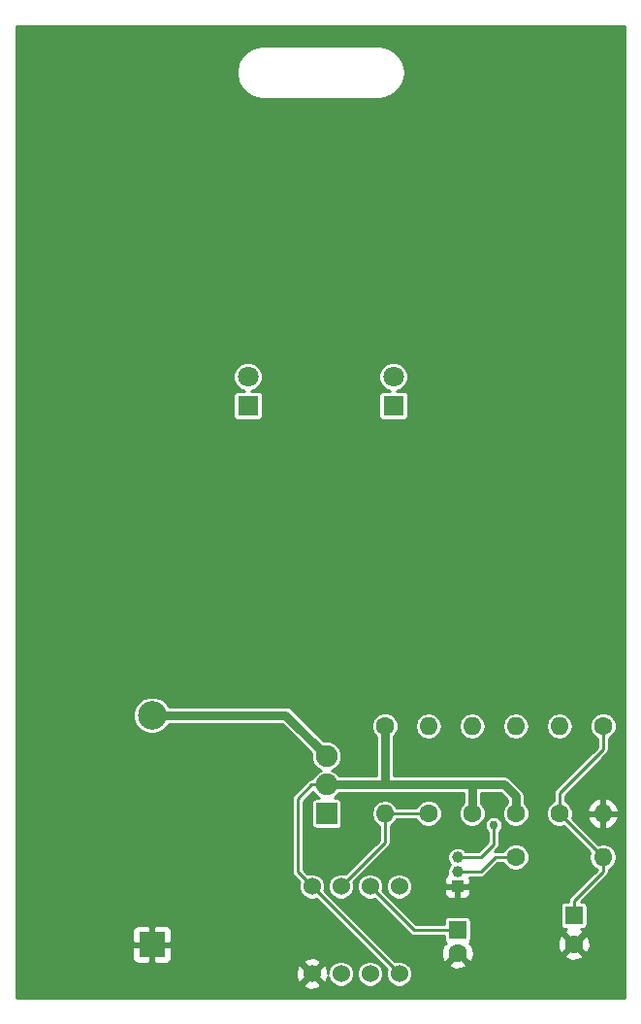
<source format=gtl>
G04 #@! TF.FileFunction,Copper,L1,Top,Signal*
%FSLAX46Y46*%
G04 Gerber Fmt 4.6, Leading zero omitted, Abs format (unit mm)*
G04 Created by KiCad (PCBNEW 4.0.7) date 04/30/18 14:56:54*
%MOMM*%
%LPD*%
G01*
G04 APERTURE LIST*
%ADD10C,0.100000*%
%ADD11R,1.800000X1.800000*%
%ADD12C,1.800000*%
%ADD13C,1.524000*%
%ADD14R,1.600000X1.600000*%
%ADD15C,1.600000*%
%ADD16R,1.000000X1.000000*%
%ADD17C,1.000000*%
%ADD18O,1.600000X1.600000*%
%ADD19R,2.170000X2.170000*%
%ADD20C,2.500000*%
%ADD21R,1.900000X1.900000*%
%ADD22C,1.900000*%
%ADD23C,0.762000*%
%ADD24C,0.254000*%
%ADD25C,0.762000*%
G04 APERTURE END LIST*
D10*
D11*
X147574000Y-74930000D03*
D12*
X147574000Y-72390000D03*
D13*
X153162000Y-124460000D03*
X155702000Y-124460000D03*
X158242000Y-124460000D03*
X160782000Y-124460000D03*
X160782000Y-116840000D03*
X158242000Y-116840000D03*
X155702000Y-116840000D03*
X153162000Y-116840000D03*
D14*
X165862000Y-120650000D03*
D15*
X165862000Y-122650000D03*
D14*
X176022000Y-119380000D03*
D15*
X176022000Y-121880000D03*
D11*
X160274000Y-74930000D03*
D12*
X160274000Y-72390000D03*
D16*
X165862000Y-116840000D03*
D17*
X165862000Y-115570000D03*
X165862000Y-114300000D03*
D15*
X159512000Y-102870000D03*
D18*
X159512000Y-110490000D03*
D15*
X163322000Y-110490000D03*
D18*
X163322000Y-102870000D03*
D15*
X174752000Y-110490000D03*
D18*
X174752000Y-102870000D03*
D15*
X178562000Y-102870000D03*
D18*
X178562000Y-110490000D03*
D15*
X170942000Y-114300000D03*
D18*
X178562000Y-114300000D03*
D15*
X167132000Y-110490000D03*
D18*
X167132000Y-102870000D03*
D15*
X170942000Y-110490000D03*
D18*
X170942000Y-102870000D03*
D19*
X139192000Y-121920000D03*
D20*
X139192000Y-101920000D03*
D21*
X154432000Y-110490000D03*
D22*
X154432000Y-107990000D03*
X154432000Y-105490000D03*
D23*
X169037000Y-111506000D03*
D24*
X165862000Y-115570000D02*
X167894000Y-115570000D01*
X169164000Y-114300000D02*
X170942000Y-114300000D01*
X167894000Y-115570000D02*
X169164000Y-114300000D01*
X169037000Y-113157000D02*
X169037000Y-111506000D01*
X167894000Y-114300000D02*
X169037000Y-113157000D01*
X165862000Y-114300000D02*
X167894000Y-114300000D01*
D25*
X167132000Y-110490000D02*
X167132000Y-107990000D01*
X167132000Y-107990000D02*
X167132000Y-108077000D01*
X167132000Y-108077000D02*
X167132000Y-107990000D01*
X170942000Y-110490000D02*
X170942000Y-108966000D01*
X169966000Y-107990000D02*
X167132000Y-107990000D01*
X167132000Y-107990000D02*
X159512000Y-107990000D01*
X170942000Y-108966000D02*
X169966000Y-107990000D01*
D24*
X153162000Y-116840000D02*
X160782000Y-124460000D01*
X154432000Y-107990000D02*
X153122000Y-107990000D01*
X151892000Y-115570000D02*
X153162000Y-116840000D01*
X151892000Y-109220000D02*
X151892000Y-115570000D01*
X153122000Y-107990000D02*
X151892000Y-109220000D01*
D25*
X159512000Y-102870000D02*
X159512000Y-107990000D01*
X159512000Y-107990000D02*
X159512000Y-107950000D01*
X159512000Y-107950000D02*
X159512000Y-107990000D01*
X154432000Y-107990000D02*
X159512000Y-107990000D01*
X139192000Y-101920000D02*
X150862000Y-101920000D01*
X150862000Y-101920000D02*
X154432000Y-105490000D01*
D24*
X165862000Y-120650000D02*
X162052000Y-120650000D01*
X162052000Y-120650000D02*
X158242000Y-116840000D01*
X174752000Y-110490000D02*
X174752000Y-108712000D01*
X178562000Y-104902000D02*
X178562000Y-102870000D01*
X174752000Y-108712000D02*
X178562000Y-104902000D01*
X174752000Y-110490000D02*
X178562000Y-114300000D01*
X176022000Y-119380000D02*
X176022000Y-118110000D01*
X178562000Y-115570000D02*
X178562000Y-114300000D01*
X176022000Y-118110000D02*
X178562000Y-115570000D01*
X163322000Y-110490000D02*
X159512000Y-110490000D01*
X155702000Y-116840000D02*
X159512000Y-113030000D01*
X159512000Y-113030000D02*
X159512000Y-110490000D01*
G36*
X180454300Y-126606300D02*
X127393700Y-126606300D01*
X127393700Y-125440213D01*
X152361392Y-125440213D01*
X152430857Y-125682397D01*
X152954302Y-125869144D01*
X153509368Y-125841362D01*
X153893143Y-125682397D01*
X153962608Y-125440213D01*
X153162000Y-124639605D01*
X152361392Y-125440213D01*
X127393700Y-125440213D01*
X127393700Y-124252302D01*
X151752856Y-124252302D01*
X151780638Y-124807368D01*
X151939603Y-125191143D01*
X152181787Y-125260608D01*
X152982395Y-124460000D01*
X153341605Y-124460000D01*
X154142213Y-125260608D01*
X154384397Y-125191143D01*
X154561852Y-124693742D01*
X154732446Y-125106612D01*
X155053697Y-125428423D01*
X155473646Y-125602801D01*
X155928359Y-125603198D01*
X156348612Y-125429554D01*
X156670423Y-125108303D01*
X156844801Y-124688354D01*
X156844802Y-124686359D01*
X157098802Y-124686359D01*
X157272446Y-125106612D01*
X157593697Y-125428423D01*
X158013646Y-125602801D01*
X158468359Y-125603198D01*
X158888612Y-125429554D01*
X159210423Y-125108303D01*
X159384801Y-124688354D01*
X159385198Y-124233641D01*
X159211554Y-123813388D01*
X158890303Y-123491577D01*
X158470354Y-123317199D01*
X158015641Y-123316802D01*
X157595388Y-123490446D01*
X157273577Y-123811697D01*
X157099199Y-124231646D01*
X157098802Y-124686359D01*
X156844802Y-124686359D01*
X156845198Y-124233641D01*
X156671554Y-123813388D01*
X156350303Y-123491577D01*
X155930354Y-123317199D01*
X155475641Y-123316802D01*
X155055388Y-123490446D01*
X154733577Y-123811697D01*
X154559199Y-124231646D01*
X154559030Y-124425660D01*
X154543362Y-124112632D01*
X154384397Y-123728857D01*
X154142213Y-123659392D01*
X153341605Y-124460000D01*
X152982395Y-124460000D01*
X152181787Y-123659392D01*
X151939603Y-123728857D01*
X151752856Y-124252302D01*
X127393700Y-124252302D01*
X127393700Y-122205750D01*
X137472000Y-122205750D01*
X137472000Y-123131309D01*
X137568673Y-123364698D01*
X137747301Y-123543327D01*
X137980690Y-123640000D01*
X138906250Y-123640000D01*
X139065000Y-123481250D01*
X139065000Y-122047000D01*
X139319000Y-122047000D01*
X139319000Y-123481250D01*
X139477750Y-123640000D01*
X140403310Y-123640000D01*
X140636699Y-123543327D01*
X140700238Y-123479787D01*
X152361392Y-123479787D01*
X153162000Y-124280395D01*
X153962608Y-123479787D01*
X153893143Y-123237603D01*
X153369698Y-123050856D01*
X152814632Y-123078638D01*
X152430857Y-123237603D01*
X152361392Y-123479787D01*
X140700238Y-123479787D01*
X140815327Y-123364698D01*
X140912000Y-123131309D01*
X140912000Y-122205750D01*
X140753250Y-122047000D01*
X139319000Y-122047000D01*
X139065000Y-122047000D01*
X137630750Y-122047000D01*
X137472000Y-122205750D01*
X127393700Y-122205750D01*
X127393700Y-120708691D01*
X137472000Y-120708691D01*
X137472000Y-121634250D01*
X137630750Y-121793000D01*
X139065000Y-121793000D01*
X139065000Y-120358750D01*
X139319000Y-120358750D01*
X139319000Y-121793000D01*
X140753250Y-121793000D01*
X140912000Y-121634250D01*
X140912000Y-120708691D01*
X140815327Y-120475302D01*
X140636699Y-120296673D01*
X140403310Y-120200000D01*
X139477750Y-120200000D01*
X139319000Y-120358750D01*
X139065000Y-120358750D01*
X138906250Y-120200000D01*
X137980690Y-120200000D01*
X137747301Y-120296673D01*
X137568673Y-120475302D01*
X137472000Y-120708691D01*
X127393700Y-120708691D01*
X127393700Y-102243003D01*
X137560718Y-102243003D01*
X137808499Y-102842680D01*
X138266907Y-103301888D01*
X138866151Y-103550716D01*
X139515003Y-103551282D01*
X140114680Y-103303501D01*
X140573888Y-102845093D01*
X140641610Y-102682000D01*
X150546370Y-102682000D01*
X153101220Y-105236851D01*
X153100769Y-105753591D01*
X153302975Y-106242966D01*
X153677065Y-106617709D01*
X153971694Y-106740050D01*
X153679034Y-106860975D01*
X153304291Y-107235065D01*
X153201754Y-107482000D01*
X153122000Y-107482000D01*
X152927597Y-107520669D01*
X152762790Y-107630790D01*
X151532790Y-108860790D01*
X151422669Y-109025597D01*
X151384000Y-109220000D01*
X151384000Y-115570000D01*
X151422669Y-115764403D01*
X151532790Y-115929210D01*
X152076714Y-116473134D01*
X152019199Y-116611646D01*
X152018802Y-117066359D01*
X152192446Y-117486612D01*
X152513697Y-117808423D01*
X152933646Y-117982801D01*
X153388359Y-117983198D01*
X153528764Y-117925184D01*
X159696714Y-124093134D01*
X159639199Y-124231646D01*
X159638802Y-124686359D01*
X159812446Y-125106612D01*
X160133697Y-125428423D01*
X160553646Y-125602801D01*
X161008359Y-125603198D01*
X161428612Y-125429554D01*
X161750423Y-125108303D01*
X161924801Y-124688354D01*
X161925198Y-124233641D01*
X161751554Y-123813388D01*
X161596182Y-123657745D01*
X165033861Y-123657745D01*
X165107995Y-123903864D01*
X165645223Y-124096965D01*
X166215454Y-124069778D01*
X166616005Y-123903864D01*
X166690139Y-123657745D01*
X165862000Y-122829605D01*
X165033861Y-123657745D01*
X161596182Y-123657745D01*
X161430303Y-123491577D01*
X161010354Y-123317199D01*
X160555641Y-123316802D01*
X160415236Y-123374816D01*
X154247286Y-117206866D01*
X154304801Y-117068354D01*
X154304802Y-117066359D01*
X154558802Y-117066359D01*
X154732446Y-117486612D01*
X155053697Y-117808423D01*
X155473646Y-117982801D01*
X155928359Y-117983198D01*
X156348612Y-117809554D01*
X156670423Y-117488303D01*
X156844801Y-117068354D01*
X156844802Y-117066359D01*
X157098802Y-117066359D01*
X157272446Y-117486612D01*
X157593697Y-117808423D01*
X158013646Y-117982801D01*
X158468359Y-117983198D01*
X158608764Y-117925184D01*
X161692790Y-121009210D01*
X161857597Y-121119331D01*
X162052000Y-121158000D01*
X164673536Y-121158000D01*
X164673536Y-121450000D01*
X164700103Y-121591190D01*
X164760819Y-121685545D01*
X164739378Y-121706986D01*
X164854253Y-121821861D01*
X164608136Y-121895995D01*
X164415035Y-122433223D01*
X164442222Y-123003454D01*
X164608136Y-123404005D01*
X164854255Y-123478139D01*
X165682395Y-122650000D01*
X165668252Y-122635858D01*
X165847858Y-122456252D01*
X165862000Y-122470395D01*
X165876142Y-122456252D01*
X166055748Y-122635858D01*
X166041605Y-122650000D01*
X166869745Y-123478139D01*
X167115864Y-123404005D01*
X167301428Y-122887745D01*
X175193861Y-122887745D01*
X175267995Y-123133864D01*
X175805223Y-123326965D01*
X176375454Y-123299778D01*
X176776005Y-123133864D01*
X176850139Y-122887745D01*
X176022000Y-122059605D01*
X175193861Y-122887745D01*
X167301428Y-122887745D01*
X167308965Y-122866777D01*
X167281778Y-122296546D01*
X167115864Y-121895995D01*
X166869747Y-121821861D01*
X166984622Y-121706986D01*
X166962588Y-121684952D01*
X166977434Y-121663223D01*
X174575035Y-121663223D01*
X174602222Y-122233454D01*
X174768136Y-122634005D01*
X175014255Y-122708139D01*
X175842395Y-121880000D01*
X176201605Y-121880000D01*
X177029745Y-122708139D01*
X177275864Y-122634005D01*
X177468965Y-122096777D01*
X177441778Y-121526546D01*
X177275864Y-121125995D01*
X177029745Y-121051861D01*
X176201605Y-121880000D01*
X175842395Y-121880000D01*
X175014255Y-121051861D01*
X174768136Y-121125995D01*
X174575035Y-121663223D01*
X166977434Y-121663223D01*
X167019859Y-121601134D01*
X167050464Y-121450000D01*
X167050464Y-119850000D01*
X167023897Y-119708810D01*
X166940454Y-119579135D01*
X166813134Y-119492141D01*
X166662000Y-119461536D01*
X165062000Y-119461536D01*
X164920810Y-119488103D01*
X164791135Y-119571546D01*
X164704141Y-119698866D01*
X164673536Y-119850000D01*
X164673536Y-120142000D01*
X162262420Y-120142000D01*
X159327286Y-117206866D01*
X159384801Y-117068354D01*
X159384802Y-117066359D01*
X159638802Y-117066359D01*
X159812446Y-117486612D01*
X160133697Y-117808423D01*
X160553646Y-117982801D01*
X161008359Y-117983198D01*
X161428612Y-117809554D01*
X161750423Y-117488303D01*
X161900968Y-117125750D01*
X164727000Y-117125750D01*
X164727000Y-117466309D01*
X164823673Y-117699698D01*
X165002301Y-117878327D01*
X165235690Y-117975000D01*
X165576250Y-117975000D01*
X165735000Y-117816250D01*
X165735000Y-116967000D01*
X165989000Y-116967000D01*
X165989000Y-117816250D01*
X166147750Y-117975000D01*
X166488310Y-117975000D01*
X166721699Y-117878327D01*
X166900327Y-117699698D01*
X166997000Y-117466309D01*
X166997000Y-117125750D01*
X166838250Y-116967000D01*
X165989000Y-116967000D01*
X165735000Y-116967000D01*
X164885750Y-116967000D01*
X164727000Y-117125750D01*
X161900968Y-117125750D01*
X161924801Y-117068354D01*
X161925198Y-116613641D01*
X161759943Y-116213691D01*
X164727000Y-116213691D01*
X164727000Y-116554250D01*
X164885750Y-116713000D01*
X165735000Y-116713000D01*
X165735000Y-116693000D01*
X165989000Y-116693000D01*
X165989000Y-116713000D01*
X166838250Y-116713000D01*
X166997000Y-116554250D01*
X166997000Y-116213691D01*
X166940795Y-116078000D01*
X167894000Y-116078000D01*
X168088403Y-116039331D01*
X168253210Y-115929210D01*
X169374420Y-114808000D01*
X169874058Y-114808000D01*
X169940213Y-114968109D01*
X170272144Y-115300619D01*
X170706054Y-115480794D01*
X171175885Y-115481204D01*
X171610109Y-115301787D01*
X171942619Y-114969856D01*
X172122794Y-114535946D01*
X172123204Y-114066115D01*
X171943787Y-113631891D01*
X171611856Y-113299381D01*
X171177946Y-113119206D01*
X170708115Y-113118796D01*
X170273891Y-113298213D01*
X169941381Y-113630144D01*
X169874173Y-113792000D01*
X169164000Y-113792000D01*
X169109599Y-113802821D01*
X169396210Y-113516210D01*
X169506331Y-113351404D01*
X169545000Y-113157000D01*
X169545000Y-112075576D01*
X169682615Y-111938202D01*
X169798867Y-111658236D01*
X169799132Y-111355094D01*
X169683368Y-111074926D01*
X169469202Y-110860385D01*
X169189236Y-110744133D01*
X168886094Y-110743868D01*
X168605926Y-110859632D01*
X168391385Y-111073798D01*
X168275133Y-111353764D01*
X168274868Y-111656906D01*
X168390632Y-111937074D01*
X168529000Y-112075684D01*
X168529000Y-112946580D01*
X167683580Y-113792000D01*
X166599723Y-113792000D01*
X166361698Y-113553560D01*
X166038011Y-113419153D01*
X165687527Y-113418847D01*
X165363605Y-113552689D01*
X165115560Y-113800302D01*
X164981153Y-114123989D01*
X164980847Y-114474473D01*
X165114689Y-114798395D01*
X165251077Y-114935021D01*
X165115560Y-115070302D01*
X164981153Y-115393989D01*
X164980847Y-115744473D01*
X165004163Y-115800902D01*
X165002301Y-115801673D01*
X164823673Y-115980302D01*
X164727000Y-116213691D01*
X161759943Y-116213691D01*
X161751554Y-116193388D01*
X161430303Y-115871577D01*
X161010354Y-115697199D01*
X160555641Y-115696802D01*
X160135388Y-115870446D01*
X159813577Y-116191697D01*
X159639199Y-116611646D01*
X159638802Y-117066359D01*
X159384802Y-117066359D01*
X159385198Y-116613641D01*
X159211554Y-116193388D01*
X158890303Y-115871577D01*
X158470354Y-115697199D01*
X158015641Y-115696802D01*
X157595388Y-115870446D01*
X157273577Y-116191697D01*
X157099199Y-116611646D01*
X157098802Y-117066359D01*
X156844802Y-117066359D01*
X156845198Y-116613641D01*
X156787184Y-116473236D01*
X159871210Y-113389210D01*
X159981331Y-113224403D01*
X160020000Y-113030000D01*
X160020000Y-111566787D01*
X160347093Y-111348230D01*
X160581110Y-110998000D01*
X162254058Y-110998000D01*
X162320213Y-111158109D01*
X162652144Y-111490619D01*
X163086054Y-111670794D01*
X163555885Y-111671204D01*
X163990109Y-111491787D01*
X164322619Y-111159856D01*
X164502794Y-110725946D01*
X164503204Y-110256115D01*
X164323787Y-109821891D01*
X163991856Y-109489381D01*
X163557946Y-109309206D01*
X163088115Y-109308796D01*
X162653891Y-109488213D01*
X162321381Y-109820144D01*
X162254173Y-109982000D01*
X160581110Y-109982000D01*
X160347093Y-109631770D01*
X159963949Y-109375761D01*
X159512000Y-109285863D01*
X159060051Y-109375761D01*
X158676907Y-109631770D01*
X158420898Y-110014914D01*
X158331000Y-110466863D01*
X158331000Y-110513137D01*
X158420898Y-110965086D01*
X158676907Y-111348230D01*
X159004000Y-111566787D01*
X159004000Y-112819580D01*
X156068866Y-115754714D01*
X155930354Y-115697199D01*
X155475641Y-115696802D01*
X155055388Y-115870446D01*
X154733577Y-116191697D01*
X154559199Y-116611646D01*
X154558802Y-117066359D01*
X154304802Y-117066359D01*
X154305198Y-116613641D01*
X154131554Y-116193388D01*
X153810303Y-115871577D01*
X153390354Y-115697199D01*
X152935641Y-115696802D01*
X152795236Y-115754816D01*
X152400000Y-115359580D01*
X152400000Y-109430420D01*
X153239960Y-108590460D01*
X153302975Y-108742966D01*
X153677065Y-109117709D01*
X153758529Y-109151536D01*
X153482000Y-109151536D01*
X153340810Y-109178103D01*
X153211135Y-109261546D01*
X153124141Y-109388866D01*
X153093536Y-109540000D01*
X153093536Y-111440000D01*
X153120103Y-111581190D01*
X153203546Y-111710865D01*
X153330866Y-111797859D01*
X153482000Y-111828464D01*
X155382000Y-111828464D01*
X155523190Y-111801897D01*
X155652865Y-111718454D01*
X155739859Y-111591134D01*
X155770464Y-111440000D01*
X155770464Y-109540000D01*
X155743897Y-109398810D01*
X155660454Y-109269135D01*
X155533134Y-109182141D01*
X155382000Y-109151536D01*
X155106284Y-109151536D01*
X155184966Y-109119025D01*
X155552632Y-108752000D01*
X166370000Y-108752000D01*
X166370000Y-109581941D01*
X166131381Y-109820144D01*
X165951206Y-110254054D01*
X165950796Y-110723885D01*
X166130213Y-111158109D01*
X166462144Y-111490619D01*
X166896054Y-111670794D01*
X167365885Y-111671204D01*
X167800109Y-111491787D01*
X168132619Y-111159856D01*
X168312794Y-110725946D01*
X168313204Y-110256115D01*
X168133787Y-109821891D01*
X167894000Y-109581686D01*
X167894000Y-108752000D01*
X169650370Y-108752000D01*
X170180000Y-109281631D01*
X170180000Y-109581941D01*
X169941381Y-109820144D01*
X169761206Y-110254054D01*
X169760796Y-110723885D01*
X169940213Y-111158109D01*
X170272144Y-111490619D01*
X170706054Y-111670794D01*
X171175885Y-111671204D01*
X171610109Y-111491787D01*
X171942619Y-111159856D01*
X172122794Y-110725946D01*
X172122795Y-110723885D01*
X173570796Y-110723885D01*
X173750213Y-111158109D01*
X174082144Y-111490619D01*
X174516054Y-111670794D01*
X174985885Y-111671204D01*
X175147858Y-111604278D01*
X177438448Y-113894868D01*
X177357863Y-114300000D01*
X177447761Y-114751949D01*
X177703770Y-115135093D01*
X178048287Y-115365292D01*
X175662790Y-117750790D01*
X175552669Y-117915597D01*
X175514000Y-118110000D01*
X175514000Y-118191536D01*
X175222000Y-118191536D01*
X175080810Y-118218103D01*
X174951135Y-118301546D01*
X174864141Y-118428866D01*
X174833536Y-118580000D01*
X174833536Y-120180000D01*
X174860103Y-120321190D01*
X174943546Y-120450865D01*
X175070866Y-120537859D01*
X175222000Y-120568464D01*
X175407227Y-120568464D01*
X175267995Y-120626136D01*
X175193861Y-120872255D01*
X176022000Y-121700395D01*
X176850139Y-120872255D01*
X176776005Y-120626136D01*
X176615555Y-120568464D01*
X176822000Y-120568464D01*
X176963190Y-120541897D01*
X177092865Y-120458454D01*
X177179859Y-120331134D01*
X177210464Y-120180000D01*
X177210464Y-118580000D01*
X177183897Y-118438810D01*
X177100454Y-118309135D01*
X176973134Y-118222141D01*
X176822000Y-118191536D01*
X176658884Y-118191536D01*
X178921210Y-115929211D01*
X179031330Y-115764404D01*
X179031331Y-115764403D01*
X179070000Y-115570000D01*
X179070000Y-115369110D01*
X179420230Y-115135093D01*
X179676239Y-114751949D01*
X179766137Y-114300000D01*
X179676239Y-113848051D01*
X179420230Y-113464907D01*
X179037086Y-113208898D01*
X178585137Y-113119000D01*
X178538863Y-113119000D01*
X178172328Y-113191908D01*
X175866359Y-110885939D01*
X175885832Y-110839041D01*
X177170086Y-110839041D01*
X177409611Y-111345134D01*
X177824577Y-111721041D01*
X178212961Y-111881904D01*
X178435000Y-111759915D01*
X178435000Y-110617000D01*
X178689000Y-110617000D01*
X178689000Y-111759915D01*
X178911039Y-111881904D01*
X179299423Y-111721041D01*
X179714389Y-111345134D01*
X179953914Y-110839041D01*
X179832629Y-110617000D01*
X178689000Y-110617000D01*
X178435000Y-110617000D01*
X177291371Y-110617000D01*
X177170086Y-110839041D01*
X175885832Y-110839041D01*
X175932794Y-110725946D01*
X175933204Y-110256115D01*
X175885623Y-110140959D01*
X177170086Y-110140959D01*
X177291371Y-110363000D01*
X178435000Y-110363000D01*
X178435000Y-109220085D01*
X178689000Y-109220085D01*
X178689000Y-110363000D01*
X179832629Y-110363000D01*
X179953914Y-110140959D01*
X179714389Y-109634866D01*
X179299423Y-109258959D01*
X178911039Y-109098096D01*
X178689000Y-109220085D01*
X178435000Y-109220085D01*
X178212961Y-109098096D01*
X177824577Y-109258959D01*
X177409611Y-109634866D01*
X177170086Y-110140959D01*
X175885623Y-110140959D01*
X175753787Y-109821891D01*
X175421856Y-109489381D01*
X175260000Y-109422173D01*
X175260000Y-108922420D01*
X178921210Y-105261210D01*
X179031331Y-105096403D01*
X179070000Y-104902000D01*
X179070000Y-103937942D01*
X179230109Y-103871787D01*
X179562619Y-103539856D01*
X179742794Y-103105946D01*
X179743204Y-102636115D01*
X179563787Y-102201891D01*
X179231856Y-101869381D01*
X178797946Y-101689206D01*
X178328115Y-101688796D01*
X177893891Y-101868213D01*
X177561381Y-102200144D01*
X177381206Y-102634054D01*
X177380796Y-103103885D01*
X177560213Y-103538109D01*
X177892144Y-103870619D01*
X178054000Y-103937827D01*
X178054000Y-104691580D01*
X174392790Y-108352790D01*
X174282669Y-108517597D01*
X174244000Y-108712000D01*
X174244000Y-109422058D01*
X174083891Y-109488213D01*
X173751381Y-109820144D01*
X173571206Y-110254054D01*
X173570796Y-110723885D01*
X172122795Y-110723885D01*
X172123204Y-110256115D01*
X171943787Y-109821891D01*
X171704000Y-109581686D01*
X171704000Y-108966000D01*
X171645996Y-108674395D01*
X171606854Y-108615815D01*
X171480815Y-108427184D01*
X170504815Y-107451185D01*
X170444951Y-107411185D01*
X170257605Y-107286004D01*
X169966000Y-107228000D01*
X160274000Y-107228000D01*
X160274000Y-103778059D01*
X160512619Y-103539856D01*
X160692794Y-103105946D01*
X160693020Y-102846863D01*
X162141000Y-102846863D01*
X162141000Y-102893137D01*
X162230898Y-103345086D01*
X162486907Y-103728230D01*
X162870051Y-103984239D01*
X163322000Y-104074137D01*
X163773949Y-103984239D01*
X164157093Y-103728230D01*
X164413102Y-103345086D01*
X164503000Y-102893137D01*
X164503000Y-102846863D01*
X165951000Y-102846863D01*
X165951000Y-102893137D01*
X166040898Y-103345086D01*
X166296907Y-103728230D01*
X166680051Y-103984239D01*
X167132000Y-104074137D01*
X167583949Y-103984239D01*
X167967093Y-103728230D01*
X168223102Y-103345086D01*
X168313000Y-102893137D01*
X168313000Y-102846863D01*
X169761000Y-102846863D01*
X169761000Y-102893137D01*
X169850898Y-103345086D01*
X170106907Y-103728230D01*
X170490051Y-103984239D01*
X170942000Y-104074137D01*
X171393949Y-103984239D01*
X171777093Y-103728230D01*
X172033102Y-103345086D01*
X172123000Y-102893137D01*
X172123000Y-102846863D01*
X173571000Y-102846863D01*
X173571000Y-102893137D01*
X173660898Y-103345086D01*
X173916907Y-103728230D01*
X174300051Y-103984239D01*
X174752000Y-104074137D01*
X175203949Y-103984239D01*
X175587093Y-103728230D01*
X175843102Y-103345086D01*
X175933000Y-102893137D01*
X175933000Y-102846863D01*
X175843102Y-102394914D01*
X175587093Y-102011770D01*
X175203949Y-101755761D01*
X174752000Y-101665863D01*
X174300051Y-101755761D01*
X173916907Y-102011770D01*
X173660898Y-102394914D01*
X173571000Y-102846863D01*
X172123000Y-102846863D01*
X172033102Y-102394914D01*
X171777093Y-102011770D01*
X171393949Y-101755761D01*
X170942000Y-101665863D01*
X170490051Y-101755761D01*
X170106907Y-102011770D01*
X169850898Y-102394914D01*
X169761000Y-102846863D01*
X168313000Y-102846863D01*
X168223102Y-102394914D01*
X167967093Y-102011770D01*
X167583949Y-101755761D01*
X167132000Y-101665863D01*
X166680051Y-101755761D01*
X166296907Y-102011770D01*
X166040898Y-102394914D01*
X165951000Y-102846863D01*
X164503000Y-102846863D01*
X164413102Y-102394914D01*
X164157093Y-102011770D01*
X163773949Y-101755761D01*
X163322000Y-101665863D01*
X162870051Y-101755761D01*
X162486907Y-102011770D01*
X162230898Y-102394914D01*
X162141000Y-102846863D01*
X160693020Y-102846863D01*
X160693204Y-102636115D01*
X160513787Y-102201891D01*
X160181856Y-101869381D01*
X159747946Y-101689206D01*
X159278115Y-101688796D01*
X158843891Y-101868213D01*
X158511381Y-102200144D01*
X158331206Y-102634054D01*
X158330796Y-103103885D01*
X158510213Y-103538109D01*
X158750000Y-103778314D01*
X158750000Y-107228000D01*
X155552007Y-107228000D01*
X155186935Y-106862291D01*
X154892306Y-106739950D01*
X155184966Y-106619025D01*
X155559709Y-106244935D01*
X155762769Y-105755914D01*
X155763231Y-105226409D01*
X155561025Y-104737034D01*
X155186935Y-104362291D01*
X154697914Y-104159231D01*
X154178409Y-104158778D01*
X151400815Y-101381185D01*
X151153605Y-101216004D01*
X150862000Y-101158000D01*
X140641892Y-101158000D01*
X140575501Y-100997320D01*
X140117093Y-100538112D01*
X139517849Y-100289284D01*
X138868997Y-100288718D01*
X138269320Y-100536499D01*
X137810112Y-100994907D01*
X137561284Y-101594151D01*
X137560718Y-102243003D01*
X127393700Y-102243003D01*
X127393700Y-74030000D01*
X146285536Y-74030000D01*
X146285536Y-75830000D01*
X146312103Y-75971190D01*
X146395546Y-76100865D01*
X146522866Y-76187859D01*
X146674000Y-76218464D01*
X148474000Y-76218464D01*
X148615190Y-76191897D01*
X148744865Y-76108454D01*
X148831859Y-75981134D01*
X148862464Y-75830000D01*
X148862464Y-74030000D01*
X158985536Y-74030000D01*
X158985536Y-75830000D01*
X159012103Y-75971190D01*
X159095546Y-76100865D01*
X159222866Y-76187859D01*
X159374000Y-76218464D01*
X161174000Y-76218464D01*
X161315190Y-76191897D01*
X161444865Y-76108454D01*
X161531859Y-75981134D01*
X161562464Y-75830000D01*
X161562464Y-74030000D01*
X161535897Y-73888810D01*
X161452454Y-73759135D01*
X161325134Y-73672141D01*
X161174000Y-73641536D01*
X160599534Y-73641536D01*
X160998680Y-73476612D01*
X161359345Y-73116575D01*
X161554777Y-72645924D01*
X161555222Y-72136311D01*
X161360612Y-71665320D01*
X161000575Y-71304655D01*
X160529924Y-71109223D01*
X160020311Y-71108778D01*
X159549320Y-71303388D01*
X159188655Y-71663425D01*
X158993223Y-72134076D01*
X158992778Y-72643689D01*
X159187388Y-73114680D01*
X159547425Y-73475345D01*
X159947656Y-73641536D01*
X159374000Y-73641536D01*
X159232810Y-73668103D01*
X159103135Y-73751546D01*
X159016141Y-73878866D01*
X158985536Y-74030000D01*
X148862464Y-74030000D01*
X148835897Y-73888810D01*
X148752454Y-73759135D01*
X148625134Y-73672141D01*
X148474000Y-73641536D01*
X147899534Y-73641536D01*
X148298680Y-73476612D01*
X148659345Y-73116575D01*
X148854777Y-72645924D01*
X148855222Y-72136311D01*
X148660612Y-71665320D01*
X148300575Y-71304655D01*
X147829924Y-71109223D01*
X147320311Y-71108778D01*
X146849320Y-71303388D01*
X146488655Y-71663425D01*
X146293223Y-72134076D01*
X146292778Y-72643689D01*
X146487388Y-73114680D01*
X146847425Y-73475345D01*
X147247656Y-73641536D01*
X146674000Y-73641536D01*
X146532810Y-73668103D01*
X146403135Y-73751546D01*
X146316141Y-73878866D01*
X146285536Y-74030000D01*
X127393700Y-74030000D01*
X127393700Y-45770193D01*
X146552865Y-45770193D01*
X146552865Y-45923807D01*
X146697874Y-46652819D01*
X146732310Y-46735954D01*
X146756660Y-46794740D01*
X147169613Y-47412766D01*
X147278234Y-47521387D01*
X147896259Y-47934340D01*
X147979395Y-47968776D01*
X148038181Y-47993126D01*
X148767193Y-48138135D01*
X148805969Y-48138135D01*
X148844000Y-48145700D01*
X159004000Y-48145700D01*
X159042031Y-48138135D01*
X159080807Y-48138135D01*
X159809819Y-47993126D01*
X159892954Y-47958690D01*
X159951740Y-47934340D01*
X160569766Y-47521387D01*
X160678387Y-47412766D01*
X161091340Y-46794741D01*
X161125776Y-46711605D01*
X161150126Y-46652819D01*
X161295135Y-45923807D01*
X161295135Y-45770193D01*
X161150126Y-45041181D01*
X161125776Y-44982395D01*
X161091340Y-44899259D01*
X160678387Y-44281234D01*
X160569766Y-44172613D01*
X159951740Y-43759660D01*
X159863894Y-43723273D01*
X159809819Y-43700874D01*
X159080807Y-43555865D01*
X159042031Y-43555865D01*
X159004000Y-43548300D01*
X148844000Y-43548300D01*
X148805969Y-43555865D01*
X148767193Y-43555865D01*
X148038181Y-43700874D01*
X147984106Y-43723273D01*
X147896259Y-43759660D01*
X147278234Y-44172613D01*
X147169613Y-44281234D01*
X146756660Y-44899260D01*
X146756660Y-44899261D01*
X146697874Y-45041181D01*
X146552865Y-45770193D01*
X127393700Y-45770193D01*
X127393700Y-41795700D01*
X180454300Y-41795700D01*
X180454300Y-126606300D01*
X180454300Y-126606300D01*
G37*
X180454300Y-126606300D02*
X127393700Y-126606300D01*
X127393700Y-125440213D01*
X152361392Y-125440213D01*
X152430857Y-125682397D01*
X152954302Y-125869144D01*
X153509368Y-125841362D01*
X153893143Y-125682397D01*
X153962608Y-125440213D01*
X153162000Y-124639605D01*
X152361392Y-125440213D01*
X127393700Y-125440213D01*
X127393700Y-124252302D01*
X151752856Y-124252302D01*
X151780638Y-124807368D01*
X151939603Y-125191143D01*
X152181787Y-125260608D01*
X152982395Y-124460000D01*
X153341605Y-124460000D01*
X154142213Y-125260608D01*
X154384397Y-125191143D01*
X154561852Y-124693742D01*
X154732446Y-125106612D01*
X155053697Y-125428423D01*
X155473646Y-125602801D01*
X155928359Y-125603198D01*
X156348612Y-125429554D01*
X156670423Y-125108303D01*
X156844801Y-124688354D01*
X156844802Y-124686359D01*
X157098802Y-124686359D01*
X157272446Y-125106612D01*
X157593697Y-125428423D01*
X158013646Y-125602801D01*
X158468359Y-125603198D01*
X158888612Y-125429554D01*
X159210423Y-125108303D01*
X159384801Y-124688354D01*
X159385198Y-124233641D01*
X159211554Y-123813388D01*
X158890303Y-123491577D01*
X158470354Y-123317199D01*
X158015641Y-123316802D01*
X157595388Y-123490446D01*
X157273577Y-123811697D01*
X157099199Y-124231646D01*
X157098802Y-124686359D01*
X156844802Y-124686359D01*
X156845198Y-124233641D01*
X156671554Y-123813388D01*
X156350303Y-123491577D01*
X155930354Y-123317199D01*
X155475641Y-123316802D01*
X155055388Y-123490446D01*
X154733577Y-123811697D01*
X154559199Y-124231646D01*
X154559030Y-124425660D01*
X154543362Y-124112632D01*
X154384397Y-123728857D01*
X154142213Y-123659392D01*
X153341605Y-124460000D01*
X152982395Y-124460000D01*
X152181787Y-123659392D01*
X151939603Y-123728857D01*
X151752856Y-124252302D01*
X127393700Y-124252302D01*
X127393700Y-122205750D01*
X137472000Y-122205750D01*
X137472000Y-123131309D01*
X137568673Y-123364698D01*
X137747301Y-123543327D01*
X137980690Y-123640000D01*
X138906250Y-123640000D01*
X139065000Y-123481250D01*
X139065000Y-122047000D01*
X139319000Y-122047000D01*
X139319000Y-123481250D01*
X139477750Y-123640000D01*
X140403310Y-123640000D01*
X140636699Y-123543327D01*
X140700238Y-123479787D01*
X152361392Y-123479787D01*
X153162000Y-124280395D01*
X153962608Y-123479787D01*
X153893143Y-123237603D01*
X153369698Y-123050856D01*
X152814632Y-123078638D01*
X152430857Y-123237603D01*
X152361392Y-123479787D01*
X140700238Y-123479787D01*
X140815327Y-123364698D01*
X140912000Y-123131309D01*
X140912000Y-122205750D01*
X140753250Y-122047000D01*
X139319000Y-122047000D01*
X139065000Y-122047000D01*
X137630750Y-122047000D01*
X137472000Y-122205750D01*
X127393700Y-122205750D01*
X127393700Y-120708691D01*
X137472000Y-120708691D01*
X137472000Y-121634250D01*
X137630750Y-121793000D01*
X139065000Y-121793000D01*
X139065000Y-120358750D01*
X139319000Y-120358750D01*
X139319000Y-121793000D01*
X140753250Y-121793000D01*
X140912000Y-121634250D01*
X140912000Y-120708691D01*
X140815327Y-120475302D01*
X140636699Y-120296673D01*
X140403310Y-120200000D01*
X139477750Y-120200000D01*
X139319000Y-120358750D01*
X139065000Y-120358750D01*
X138906250Y-120200000D01*
X137980690Y-120200000D01*
X137747301Y-120296673D01*
X137568673Y-120475302D01*
X137472000Y-120708691D01*
X127393700Y-120708691D01*
X127393700Y-102243003D01*
X137560718Y-102243003D01*
X137808499Y-102842680D01*
X138266907Y-103301888D01*
X138866151Y-103550716D01*
X139515003Y-103551282D01*
X140114680Y-103303501D01*
X140573888Y-102845093D01*
X140641610Y-102682000D01*
X150546370Y-102682000D01*
X153101220Y-105236851D01*
X153100769Y-105753591D01*
X153302975Y-106242966D01*
X153677065Y-106617709D01*
X153971694Y-106740050D01*
X153679034Y-106860975D01*
X153304291Y-107235065D01*
X153201754Y-107482000D01*
X153122000Y-107482000D01*
X152927597Y-107520669D01*
X152762790Y-107630790D01*
X151532790Y-108860790D01*
X151422669Y-109025597D01*
X151384000Y-109220000D01*
X151384000Y-115570000D01*
X151422669Y-115764403D01*
X151532790Y-115929210D01*
X152076714Y-116473134D01*
X152019199Y-116611646D01*
X152018802Y-117066359D01*
X152192446Y-117486612D01*
X152513697Y-117808423D01*
X152933646Y-117982801D01*
X153388359Y-117983198D01*
X153528764Y-117925184D01*
X159696714Y-124093134D01*
X159639199Y-124231646D01*
X159638802Y-124686359D01*
X159812446Y-125106612D01*
X160133697Y-125428423D01*
X160553646Y-125602801D01*
X161008359Y-125603198D01*
X161428612Y-125429554D01*
X161750423Y-125108303D01*
X161924801Y-124688354D01*
X161925198Y-124233641D01*
X161751554Y-123813388D01*
X161596182Y-123657745D01*
X165033861Y-123657745D01*
X165107995Y-123903864D01*
X165645223Y-124096965D01*
X166215454Y-124069778D01*
X166616005Y-123903864D01*
X166690139Y-123657745D01*
X165862000Y-122829605D01*
X165033861Y-123657745D01*
X161596182Y-123657745D01*
X161430303Y-123491577D01*
X161010354Y-123317199D01*
X160555641Y-123316802D01*
X160415236Y-123374816D01*
X154247286Y-117206866D01*
X154304801Y-117068354D01*
X154304802Y-117066359D01*
X154558802Y-117066359D01*
X154732446Y-117486612D01*
X155053697Y-117808423D01*
X155473646Y-117982801D01*
X155928359Y-117983198D01*
X156348612Y-117809554D01*
X156670423Y-117488303D01*
X156844801Y-117068354D01*
X156844802Y-117066359D01*
X157098802Y-117066359D01*
X157272446Y-117486612D01*
X157593697Y-117808423D01*
X158013646Y-117982801D01*
X158468359Y-117983198D01*
X158608764Y-117925184D01*
X161692790Y-121009210D01*
X161857597Y-121119331D01*
X162052000Y-121158000D01*
X164673536Y-121158000D01*
X164673536Y-121450000D01*
X164700103Y-121591190D01*
X164760819Y-121685545D01*
X164739378Y-121706986D01*
X164854253Y-121821861D01*
X164608136Y-121895995D01*
X164415035Y-122433223D01*
X164442222Y-123003454D01*
X164608136Y-123404005D01*
X164854255Y-123478139D01*
X165682395Y-122650000D01*
X165668252Y-122635858D01*
X165847858Y-122456252D01*
X165862000Y-122470395D01*
X165876142Y-122456252D01*
X166055748Y-122635858D01*
X166041605Y-122650000D01*
X166869745Y-123478139D01*
X167115864Y-123404005D01*
X167301428Y-122887745D01*
X175193861Y-122887745D01*
X175267995Y-123133864D01*
X175805223Y-123326965D01*
X176375454Y-123299778D01*
X176776005Y-123133864D01*
X176850139Y-122887745D01*
X176022000Y-122059605D01*
X175193861Y-122887745D01*
X167301428Y-122887745D01*
X167308965Y-122866777D01*
X167281778Y-122296546D01*
X167115864Y-121895995D01*
X166869747Y-121821861D01*
X166984622Y-121706986D01*
X166962588Y-121684952D01*
X166977434Y-121663223D01*
X174575035Y-121663223D01*
X174602222Y-122233454D01*
X174768136Y-122634005D01*
X175014255Y-122708139D01*
X175842395Y-121880000D01*
X176201605Y-121880000D01*
X177029745Y-122708139D01*
X177275864Y-122634005D01*
X177468965Y-122096777D01*
X177441778Y-121526546D01*
X177275864Y-121125995D01*
X177029745Y-121051861D01*
X176201605Y-121880000D01*
X175842395Y-121880000D01*
X175014255Y-121051861D01*
X174768136Y-121125995D01*
X174575035Y-121663223D01*
X166977434Y-121663223D01*
X167019859Y-121601134D01*
X167050464Y-121450000D01*
X167050464Y-119850000D01*
X167023897Y-119708810D01*
X166940454Y-119579135D01*
X166813134Y-119492141D01*
X166662000Y-119461536D01*
X165062000Y-119461536D01*
X164920810Y-119488103D01*
X164791135Y-119571546D01*
X164704141Y-119698866D01*
X164673536Y-119850000D01*
X164673536Y-120142000D01*
X162262420Y-120142000D01*
X159327286Y-117206866D01*
X159384801Y-117068354D01*
X159384802Y-117066359D01*
X159638802Y-117066359D01*
X159812446Y-117486612D01*
X160133697Y-117808423D01*
X160553646Y-117982801D01*
X161008359Y-117983198D01*
X161428612Y-117809554D01*
X161750423Y-117488303D01*
X161900968Y-117125750D01*
X164727000Y-117125750D01*
X164727000Y-117466309D01*
X164823673Y-117699698D01*
X165002301Y-117878327D01*
X165235690Y-117975000D01*
X165576250Y-117975000D01*
X165735000Y-117816250D01*
X165735000Y-116967000D01*
X165989000Y-116967000D01*
X165989000Y-117816250D01*
X166147750Y-117975000D01*
X166488310Y-117975000D01*
X166721699Y-117878327D01*
X166900327Y-117699698D01*
X166997000Y-117466309D01*
X166997000Y-117125750D01*
X166838250Y-116967000D01*
X165989000Y-116967000D01*
X165735000Y-116967000D01*
X164885750Y-116967000D01*
X164727000Y-117125750D01*
X161900968Y-117125750D01*
X161924801Y-117068354D01*
X161925198Y-116613641D01*
X161759943Y-116213691D01*
X164727000Y-116213691D01*
X164727000Y-116554250D01*
X164885750Y-116713000D01*
X165735000Y-116713000D01*
X165735000Y-116693000D01*
X165989000Y-116693000D01*
X165989000Y-116713000D01*
X166838250Y-116713000D01*
X166997000Y-116554250D01*
X166997000Y-116213691D01*
X166940795Y-116078000D01*
X167894000Y-116078000D01*
X168088403Y-116039331D01*
X168253210Y-115929210D01*
X169374420Y-114808000D01*
X169874058Y-114808000D01*
X169940213Y-114968109D01*
X170272144Y-115300619D01*
X170706054Y-115480794D01*
X171175885Y-115481204D01*
X171610109Y-115301787D01*
X171942619Y-114969856D01*
X172122794Y-114535946D01*
X172123204Y-114066115D01*
X171943787Y-113631891D01*
X171611856Y-113299381D01*
X171177946Y-113119206D01*
X170708115Y-113118796D01*
X170273891Y-113298213D01*
X169941381Y-113630144D01*
X169874173Y-113792000D01*
X169164000Y-113792000D01*
X169109599Y-113802821D01*
X169396210Y-113516210D01*
X169506331Y-113351404D01*
X169545000Y-113157000D01*
X169545000Y-112075576D01*
X169682615Y-111938202D01*
X169798867Y-111658236D01*
X169799132Y-111355094D01*
X169683368Y-111074926D01*
X169469202Y-110860385D01*
X169189236Y-110744133D01*
X168886094Y-110743868D01*
X168605926Y-110859632D01*
X168391385Y-111073798D01*
X168275133Y-111353764D01*
X168274868Y-111656906D01*
X168390632Y-111937074D01*
X168529000Y-112075684D01*
X168529000Y-112946580D01*
X167683580Y-113792000D01*
X166599723Y-113792000D01*
X166361698Y-113553560D01*
X166038011Y-113419153D01*
X165687527Y-113418847D01*
X165363605Y-113552689D01*
X165115560Y-113800302D01*
X164981153Y-114123989D01*
X164980847Y-114474473D01*
X165114689Y-114798395D01*
X165251077Y-114935021D01*
X165115560Y-115070302D01*
X164981153Y-115393989D01*
X164980847Y-115744473D01*
X165004163Y-115800902D01*
X165002301Y-115801673D01*
X164823673Y-115980302D01*
X164727000Y-116213691D01*
X161759943Y-116213691D01*
X161751554Y-116193388D01*
X161430303Y-115871577D01*
X161010354Y-115697199D01*
X160555641Y-115696802D01*
X160135388Y-115870446D01*
X159813577Y-116191697D01*
X159639199Y-116611646D01*
X159638802Y-117066359D01*
X159384802Y-117066359D01*
X159385198Y-116613641D01*
X159211554Y-116193388D01*
X158890303Y-115871577D01*
X158470354Y-115697199D01*
X158015641Y-115696802D01*
X157595388Y-115870446D01*
X157273577Y-116191697D01*
X157099199Y-116611646D01*
X157098802Y-117066359D01*
X156844802Y-117066359D01*
X156845198Y-116613641D01*
X156787184Y-116473236D01*
X159871210Y-113389210D01*
X159981331Y-113224403D01*
X160020000Y-113030000D01*
X160020000Y-111566787D01*
X160347093Y-111348230D01*
X160581110Y-110998000D01*
X162254058Y-110998000D01*
X162320213Y-111158109D01*
X162652144Y-111490619D01*
X163086054Y-111670794D01*
X163555885Y-111671204D01*
X163990109Y-111491787D01*
X164322619Y-111159856D01*
X164502794Y-110725946D01*
X164503204Y-110256115D01*
X164323787Y-109821891D01*
X163991856Y-109489381D01*
X163557946Y-109309206D01*
X163088115Y-109308796D01*
X162653891Y-109488213D01*
X162321381Y-109820144D01*
X162254173Y-109982000D01*
X160581110Y-109982000D01*
X160347093Y-109631770D01*
X159963949Y-109375761D01*
X159512000Y-109285863D01*
X159060051Y-109375761D01*
X158676907Y-109631770D01*
X158420898Y-110014914D01*
X158331000Y-110466863D01*
X158331000Y-110513137D01*
X158420898Y-110965086D01*
X158676907Y-111348230D01*
X159004000Y-111566787D01*
X159004000Y-112819580D01*
X156068866Y-115754714D01*
X155930354Y-115697199D01*
X155475641Y-115696802D01*
X155055388Y-115870446D01*
X154733577Y-116191697D01*
X154559199Y-116611646D01*
X154558802Y-117066359D01*
X154304802Y-117066359D01*
X154305198Y-116613641D01*
X154131554Y-116193388D01*
X153810303Y-115871577D01*
X153390354Y-115697199D01*
X152935641Y-115696802D01*
X152795236Y-115754816D01*
X152400000Y-115359580D01*
X152400000Y-109430420D01*
X153239960Y-108590460D01*
X153302975Y-108742966D01*
X153677065Y-109117709D01*
X153758529Y-109151536D01*
X153482000Y-109151536D01*
X153340810Y-109178103D01*
X153211135Y-109261546D01*
X153124141Y-109388866D01*
X153093536Y-109540000D01*
X153093536Y-111440000D01*
X153120103Y-111581190D01*
X153203546Y-111710865D01*
X153330866Y-111797859D01*
X153482000Y-111828464D01*
X155382000Y-111828464D01*
X155523190Y-111801897D01*
X155652865Y-111718454D01*
X155739859Y-111591134D01*
X155770464Y-111440000D01*
X155770464Y-109540000D01*
X155743897Y-109398810D01*
X155660454Y-109269135D01*
X155533134Y-109182141D01*
X155382000Y-109151536D01*
X155106284Y-109151536D01*
X155184966Y-109119025D01*
X155552632Y-108752000D01*
X166370000Y-108752000D01*
X166370000Y-109581941D01*
X166131381Y-109820144D01*
X165951206Y-110254054D01*
X165950796Y-110723885D01*
X166130213Y-111158109D01*
X166462144Y-111490619D01*
X166896054Y-111670794D01*
X167365885Y-111671204D01*
X167800109Y-111491787D01*
X168132619Y-111159856D01*
X168312794Y-110725946D01*
X168313204Y-110256115D01*
X168133787Y-109821891D01*
X167894000Y-109581686D01*
X167894000Y-108752000D01*
X169650370Y-108752000D01*
X170180000Y-109281631D01*
X170180000Y-109581941D01*
X169941381Y-109820144D01*
X169761206Y-110254054D01*
X169760796Y-110723885D01*
X169940213Y-111158109D01*
X170272144Y-111490619D01*
X170706054Y-111670794D01*
X171175885Y-111671204D01*
X171610109Y-111491787D01*
X171942619Y-111159856D01*
X172122794Y-110725946D01*
X172122795Y-110723885D01*
X173570796Y-110723885D01*
X173750213Y-111158109D01*
X174082144Y-111490619D01*
X174516054Y-111670794D01*
X174985885Y-111671204D01*
X175147858Y-111604278D01*
X177438448Y-113894868D01*
X177357863Y-114300000D01*
X177447761Y-114751949D01*
X177703770Y-115135093D01*
X178048287Y-115365292D01*
X175662790Y-117750790D01*
X175552669Y-117915597D01*
X175514000Y-118110000D01*
X175514000Y-118191536D01*
X175222000Y-118191536D01*
X175080810Y-118218103D01*
X174951135Y-118301546D01*
X174864141Y-118428866D01*
X174833536Y-118580000D01*
X174833536Y-120180000D01*
X174860103Y-120321190D01*
X174943546Y-120450865D01*
X175070866Y-120537859D01*
X175222000Y-120568464D01*
X175407227Y-120568464D01*
X175267995Y-120626136D01*
X175193861Y-120872255D01*
X176022000Y-121700395D01*
X176850139Y-120872255D01*
X176776005Y-120626136D01*
X176615555Y-120568464D01*
X176822000Y-120568464D01*
X176963190Y-120541897D01*
X177092865Y-120458454D01*
X177179859Y-120331134D01*
X177210464Y-120180000D01*
X177210464Y-118580000D01*
X177183897Y-118438810D01*
X177100454Y-118309135D01*
X176973134Y-118222141D01*
X176822000Y-118191536D01*
X176658884Y-118191536D01*
X178921210Y-115929211D01*
X179031330Y-115764404D01*
X179031331Y-115764403D01*
X179070000Y-115570000D01*
X179070000Y-115369110D01*
X179420230Y-115135093D01*
X179676239Y-114751949D01*
X179766137Y-114300000D01*
X179676239Y-113848051D01*
X179420230Y-113464907D01*
X179037086Y-113208898D01*
X178585137Y-113119000D01*
X178538863Y-113119000D01*
X178172328Y-113191908D01*
X175866359Y-110885939D01*
X175885832Y-110839041D01*
X177170086Y-110839041D01*
X177409611Y-111345134D01*
X177824577Y-111721041D01*
X178212961Y-111881904D01*
X178435000Y-111759915D01*
X178435000Y-110617000D01*
X178689000Y-110617000D01*
X178689000Y-111759915D01*
X178911039Y-111881904D01*
X179299423Y-111721041D01*
X179714389Y-111345134D01*
X179953914Y-110839041D01*
X179832629Y-110617000D01*
X178689000Y-110617000D01*
X178435000Y-110617000D01*
X177291371Y-110617000D01*
X177170086Y-110839041D01*
X175885832Y-110839041D01*
X175932794Y-110725946D01*
X175933204Y-110256115D01*
X175885623Y-110140959D01*
X177170086Y-110140959D01*
X177291371Y-110363000D01*
X178435000Y-110363000D01*
X178435000Y-109220085D01*
X178689000Y-109220085D01*
X178689000Y-110363000D01*
X179832629Y-110363000D01*
X179953914Y-110140959D01*
X179714389Y-109634866D01*
X179299423Y-109258959D01*
X178911039Y-109098096D01*
X178689000Y-109220085D01*
X178435000Y-109220085D01*
X178212961Y-109098096D01*
X177824577Y-109258959D01*
X177409611Y-109634866D01*
X177170086Y-110140959D01*
X175885623Y-110140959D01*
X175753787Y-109821891D01*
X175421856Y-109489381D01*
X175260000Y-109422173D01*
X175260000Y-108922420D01*
X178921210Y-105261210D01*
X179031331Y-105096403D01*
X179070000Y-104902000D01*
X179070000Y-103937942D01*
X179230109Y-103871787D01*
X179562619Y-103539856D01*
X179742794Y-103105946D01*
X179743204Y-102636115D01*
X179563787Y-102201891D01*
X179231856Y-101869381D01*
X178797946Y-101689206D01*
X178328115Y-101688796D01*
X177893891Y-101868213D01*
X177561381Y-102200144D01*
X177381206Y-102634054D01*
X177380796Y-103103885D01*
X177560213Y-103538109D01*
X177892144Y-103870619D01*
X178054000Y-103937827D01*
X178054000Y-104691580D01*
X174392790Y-108352790D01*
X174282669Y-108517597D01*
X174244000Y-108712000D01*
X174244000Y-109422058D01*
X174083891Y-109488213D01*
X173751381Y-109820144D01*
X173571206Y-110254054D01*
X173570796Y-110723885D01*
X172122795Y-110723885D01*
X172123204Y-110256115D01*
X171943787Y-109821891D01*
X171704000Y-109581686D01*
X171704000Y-108966000D01*
X171645996Y-108674395D01*
X171606854Y-108615815D01*
X171480815Y-108427184D01*
X170504815Y-107451185D01*
X170444951Y-107411185D01*
X170257605Y-107286004D01*
X169966000Y-107228000D01*
X160274000Y-107228000D01*
X160274000Y-103778059D01*
X160512619Y-103539856D01*
X160692794Y-103105946D01*
X160693020Y-102846863D01*
X162141000Y-102846863D01*
X162141000Y-102893137D01*
X162230898Y-103345086D01*
X162486907Y-103728230D01*
X162870051Y-103984239D01*
X163322000Y-104074137D01*
X163773949Y-103984239D01*
X164157093Y-103728230D01*
X164413102Y-103345086D01*
X164503000Y-102893137D01*
X164503000Y-102846863D01*
X165951000Y-102846863D01*
X165951000Y-102893137D01*
X166040898Y-103345086D01*
X166296907Y-103728230D01*
X166680051Y-103984239D01*
X167132000Y-104074137D01*
X167583949Y-103984239D01*
X167967093Y-103728230D01*
X168223102Y-103345086D01*
X168313000Y-102893137D01*
X168313000Y-102846863D01*
X169761000Y-102846863D01*
X169761000Y-102893137D01*
X169850898Y-103345086D01*
X170106907Y-103728230D01*
X170490051Y-103984239D01*
X170942000Y-104074137D01*
X171393949Y-103984239D01*
X171777093Y-103728230D01*
X172033102Y-103345086D01*
X172123000Y-102893137D01*
X172123000Y-102846863D01*
X173571000Y-102846863D01*
X173571000Y-102893137D01*
X173660898Y-103345086D01*
X173916907Y-103728230D01*
X174300051Y-103984239D01*
X174752000Y-104074137D01*
X175203949Y-103984239D01*
X175587093Y-103728230D01*
X175843102Y-103345086D01*
X175933000Y-102893137D01*
X175933000Y-102846863D01*
X175843102Y-102394914D01*
X175587093Y-102011770D01*
X175203949Y-101755761D01*
X174752000Y-101665863D01*
X174300051Y-101755761D01*
X173916907Y-102011770D01*
X173660898Y-102394914D01*
X173571000Y-102846863D01*
X172123000Y-102846863D01*
X172033102Y-102394914D01*
X171777093Y-102011770D01*
X171393949Y-101755761D01*
X170942000Y-101665863D01*
X170490051Y-101755761D01*
X170106907Y-102011770D01*
X169850898Y-102394914D01*
X169761000Y-102846863D01*
X168313000Y-102846863D01*
X168223102Y-102394914D01*
X167967093Y-102011770D01*
X167583949Y-101755761D01*
X167132000Y-101665863D01*
X166680051Y-101755761D01*
X166296907Y-102011770D01*
X166040898Y-102394914D01*
X165951000Y-102846863D01*
X164503000Y-102846863D01*
X164413102Y-102394914D01*
X164157093Y-102011770D01*
X163773949Y-101755761D01*
X163322000Y-101665863D01*
X162870051Y-101755761D01*
X162486907Y-102011770D01*
X162230898Y-102394914D01*
X162141000Y-102846863D01*
X160693020Y-102846863D01*
X160693204Y-102636115D01*
X160513787Y-102201891D01*
X160181856Y-101869381D01*
X159747946Y-101689206D01*
X159278115Y-101688796D01*
X158843891Y-101868213D01*
X158511381Y-102200144D01*
X158331206Y-102634054D01*
X158330796Y-103103885D01*
X158510213Y-103538109D01*
X158750000Y-103778314D01*
X158750000Y-107228000D01*
X155552007Y-107228000D01*
X155186935Y-106862291D01*
X154892306Y-106739950D01*
X155184966Y-106619025D01*
X155559709Y-106244935D01*
X155762769Y-105755914D01*
X155763231Y-105226409D01*
X155561025Y-104737034D01*
X155186935Y-104362291D01*
X154697914Y-104159231D01*
X154178409Y-104158778D01*
X151400815Y-101381185D01*
X151153605Y-101216004D01*
X150862000Y-101158000D01*
X140641892Y-101158000D01*
X140575501Y-100997320D01*
X140117093Y-100538112D01*
X139517849Y-100289284D01*
X138868997Y-100288718D01*
X138269320Y-100536499D01*
X137810112Y-100994907D01*
X137561284Y-101594151D01*
X137560718Y-102243003D01*
X127393700Y-102243003D01*
X127393700Y-74030000D01*
X146285536Y-74030000D01*
X146285536Y-75830000D01*
X146312103Y-75971190D01*
X146395546Y-76100865D01*
X146522866Y-76187859D01*
X146674000Y-76218464D01*
X148474000Y-76218464D01*
X148615190Y-76191897D01*
X148744865Y-76108454D01*
X148831859Y-75981134D01*
X148862464Y-75830000D01*
X148862464Y-74030000D01*
X158985536Y-74030000D01*
X158985536Y-75830000D01*
X159012103Y-75971190D01*
X159095546Y-76100865D01*
X159222866Y-76187859D01*
X159374000Y-76218464D01*
X161174000Y-76218464D01*
X161315190Y-76191897D01*
X161444865Y-76108454D01*
X161531859Y-75981134D01*
X161562464Y-75830000D01*
X161562464Y-74030000D01*
X161535897Y-73888810D01*
X161452454Y-73759135D01*
X161325134Y-73672141D01*
X161174000Y-73641536D01*
X160599534Y-73641536D01*
X160998680Y-73476612D01*
X161359345Y-73116575D01*
X161554777Y-72645924D01*
X161555222Y-72136311D01*
X161360612Y-71665320D01*
X161000575Y-71304655D01*
X160529924Y-71109223D01*
X160020311Y-71108778D01*
X159549320Y-71303388D01*
X159188655Y-71663425D01*
X158993223Y-72134076D01*
X158992778Y-72643689D01*
X159187388Y-73114680D01*
X159547425Y-73475345D01*
X159947656Y-73641536D01*
X159374000Y-73641536D01*
X159232810Y-73668103D01*
X159103135Y-73751546D01*
X159016141Y-73878866D01*
X158985536Y-74030000D01*
X148862464Y-74030000D01*
X148835897Y-73888810D01*
X148752454Y-73759135D01*
X148625134Y-73672141D01*
X148474000Y-73641536D01*
X147899534Y-73641536D01*
X148298680Y-73476612D01*
X148659345Y-73116575D01*
X148854777Y-72645924D01*
X148855222Y-72136311D01*
X148660612Y-71665320D01*
X148300575Y-71304655D01*
X147829924Y-71109223D01*
X147320311Y-71108778D01*
X146849320Y-71303388D01*
X146488655Y-71663425D01*
X146293223Y-72134076D01*
X146292778Y-72643689D01*
X146487388Y-73114680D01*
X146847425Y-73475345D01*
X147247656Y-73641536D01*
X146674000Y-73641536D01*
X146532810Y-73668103D01*
X146403135Y-73751546D01*
X146316141Y-73878866D01*
X146285536Y-74030000D01*
X127393700Y-74030000D01*
X127393700Y-45770193D01*
X146552865Y-45770193D01*
X146552865Y-45923807D01*
X146697874Y-46652819D01*
X146732310Y-46735954D01*
X146756660Y-46794740D01*
X147169613Y-47412766D01*
X147278234Y-47521387D01*
X147896259Y-47934340D01*
X147979395Y-47968776D01*
X148038181Y-47993126D01*
X148767193Y-48138135D01*
X148805969Y-48138135D01*
X148844000Y-48145700D01*
X159004000Y-48145700D01*
X159042031Y-48138135D01*
X159080807Y-48138135D01*
X159809819Y-47993126D01*
X159892954Y-47958690D01*
X159951740Y-47934340D01*
X160569766Y-47521387D01*
X160678387Y-47412766D01*
X161091340Y-46794741D01*
X161125776Y-46711605D01*
X161150126Y-46652819D01*
X161295135Y-45923807D01*
X161295135Y-45770193D01*
X161150126Y-45041181D01*
X161125776Y-44982395D01*
X161091340Y-44899259D01*
X160678387Y-44281234D01*
X160569766Y-44172613D01*
X159951740Y-43759660D01*
X159863894Y-43723273D01*
X159809819Y-43700874D01*
X159080807Y-43555865D01*
X159042031Y-43555865D01*
X159004000Y-43548300D01*
X148844000Y-43548300D01*
X148805969Y-43555865D01*
X148767193Y-43555865D01*
X148038181Y-43700874D01*
X147984106Y-43723273D01*
X147896259Y-43759660D01*
X147278234Y-44172613D01*
X147169613Y-44281234D01*
X146756660Y-44899260D01*
X146756660Y-44899261D01*
X146697874Y-45041181D01*
X146552865Y-45770193D01*
X127393700Y-45770193D01*
X127393700Y-41795700D01*
X180454300Y-41795700D01*
X180454300Y-126606300D01*
M02*

</source>
